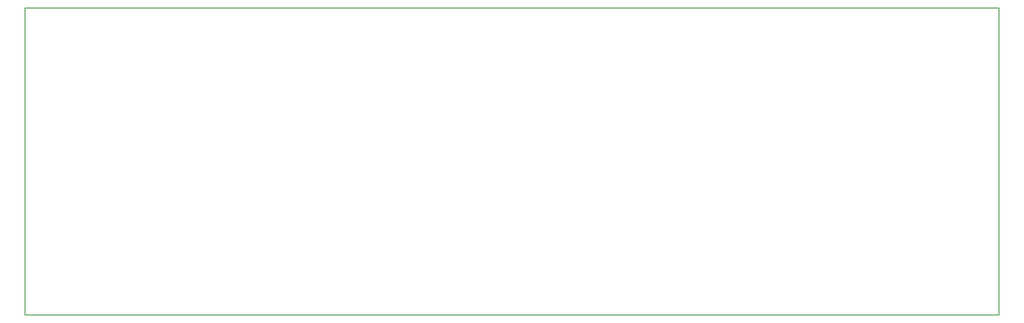
<source format=gbr>
%TF.GenerationSoftware,KiCad,Pcbnew,(6.0.0-0)*%
%TF.CreationDate,2022-10-19T21:29:51-04:00*%
%TF.ProjectId,CPU-Instruction-Decoder,4350552d-496e-4737-9472-756374696f6e,rev?*%
%TF.SameCoordinates,Original*%
%TF.FileFunction,Profile,NP*%
%FSLAX46Y46*%
G04 Gerber Fmt 4.6, Leading zero omitted, Abs format (unit mm)*
G04 Created by KiCad (PCBNEW (6.0.0-0)) date 2022-10-19 21:29:51*
%MOMM*%
%LPD*%
G01*
G04 APERTURE LIST*
%TA.AperFunction,Profile*%
%ADD10C,0.100000*%
%TD*%
G04 APERTURE END LIST*
D10*
X347980000Y-223774000D02*
X250698000Y-223774000D01*
X250698000Y-223774000D02*
X250698000Y-193040000D01*
X250698000Y-193040000D02*
X347980000Y-193040000D01*
X347980000Y-193040000D02*
X347980000Y-223774000D01*
M02*

</source>
